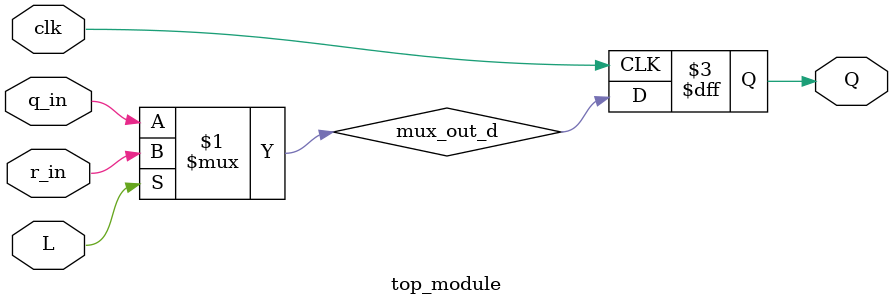
<source format=sv>
module top_module (
	input clk,
	input L,
	input r_in,
	input q_in,
	output reg Q);
    
    reg mux_out_d;
    assign mux_out_d = L ? r_in : q_in;
    always @(posedge clk) begin
        Q<=mux_out_d;
    end

endmodule
</source>
